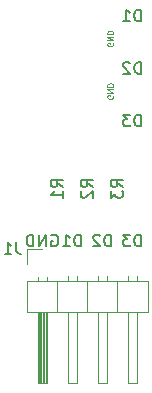
<source format=gbr>
%TF.GenerationSoftware,KiCad,Pcbnew,6.0.5-a6ca702e91~116~ubuntu20.04.1*%
%TF.CreationDate,2022-05-07T15:00:13+03:00*%
%TF.ProjectId,traffic_light_for_arduino,74726166-6669-4635-9f6c-696768745f66,rev?*%
%TF.SameCoordinates,Original*%
%TF.FileFunction,Legend,Bot*%
%TF.FilePolarity,Positive*%
%FSLAX46Y46*%
G04 Gerber Fmt 4.6, Leading zero omitted, Abs format (unit mm)*
G04 Created by KiCad (PCBNEW 6.0.5-a6ca702e91~116~ubuntu20.04.1) date 2022-05-07 15:00:13*
%MOMM*%
%LPD*%
G01*
G04 APERTURE LIST*
%ADD10C,0.150000*%
%ADD11C,0.125000*%
%ADD12C,0.120000*%
G04 APERTURE END LIST*
D10*
X150598095Y-106497380D02*
X150598095Y-105497380D01*
X150360000Y-105497380D01*
X150217142Y-105545000D01*
X150121904Y-105640238D01*
X150074285Y-105735476D01*
X150026666Y-105925952D01*
X150026666Y-106068809D01*
X150074285Y-106259285D01*
X150121904Y-106354523D01*
X150217142Y-106449761D01*
X150360000Y-106497380D01*
X150598095Y-106497380D01*
X149645714Y-105592619D02*
X149598095Y-105545000D01*
X149502857Y-105497380D01*
X149264761Y-105497380D01*
X149169523Y-105545000D01*
X149121904Y-105592619D01*
X149074285Y-105687857D01*
X149074285Y-105783095D01*
X149121904Y-105925952D01*
X149693333Y-106497380D01*
X149074285Y-106497380D01*
X145541904Y-105545000D02*
X145637142Y-105497380D01*
X145780000Y-105497380D01*
X145922857Y-105545000D01*
X146018095Y-105640238D01*
X146065714Y-105735476D01*
X146113333Y-105925952D01*
X146113333Y-106068809D01*
X146065714Y-106259285D01*
X146018095Y-106354523D01*
X145922857Y-106449761D01*
X145780000Y-106497380D01*
X145684761Y-106497380D01*
X145541904Y-106449761D01*
X145494285Y-106402142D01*
X145494285Y-106068809D01*
X145684761Y-106068809D01*
X145065714Y-106497380D02*
X145065714Y-105497380D01*
X144494285Y-106497380D01*
X144494285Y-105497380D01*
X144018095Y-106497380D02*
X144018095Y-105497380D01*
X143780000Y-105497380D01*
X143637142Y-105545000D01*
X143541904Y-105640238D01*
X143494285Y-105735476D01*
X143446666Y-105925952D01*
X143446666Y-106068809D01*
X143494285Y-106259285D01*
X143541904Y-106354523D01*
X143637142Y-106449761D01*
X143780000Y-106497380D01*
X144018095Y-106497380D01*
D11*
X150745000Y-93725952D02*
X150768809Y-93773571D01*
X150768809Y-93845000D01*
X150745000Y-93916428D01*
X150697380Y-93964047D01*
X150649761Y-93987857D01*
X150554523Y-94011666D01*
X150483095Y-94011666D01*
X150387857Y-93987857D01*
X150340238Y-93964047D01*
X150292619Y-93916428D01*
X150268809Y-93845000D01*
X150268809Y-93797380D01*
X150292619Y-93725952D01*
X150316428Y-93702142D01*
X150483095Y-93702142D01*
X150483095Y-93797380D01*
X150268809Y-93487857D02*
X150768809Y-93487857D01*
X150268809Y-93202142D01*
X150768809Y-93202142D01*
X150268809Y-92964047D02*
X150768809Y-92964047D01*
X150768809Y-92845000D01*
X150745000Y-92773571D01*
X150697380Y-92725952D01*
X150649761Y-92702142D01*
X150554523Y-92678333D01*
X150483095Y-92678333D01*
X150387857Y-92702142D01*
X150340238Y-92725952D01*
X150292619Y-92773571D01*
X150268809Y-92845000D01*
X150268809Y-92964047D01*
X150745000Y-89280952D02*
X150768809Y-89328571D01*
X150768809Y-89400000D01*
X150745000Y-89471428D01*
X150697380Y-89519047D01*
X150649761Y-89542857D01*
X150554523Y-89566666D01*
X150483095Y-89566666D01*
X150387857Y-89542857D01*
X150340238Y-89519047D01*
X150292619Y-89471428D01*
X150268809Y-89400000D01*
X150268809Y-89352380D01*
X150292619Y-89280952D01*
X150316428Y-89257142D01*
X150483095Y-89257142D01*
X150483095Y-89352380D01*
X150268809Y-89042857D02*
X150768809Y-89042857D01*
X150268809Y-88757142D01*
X150768809Y-88757142D01*
X150268809Y-88519047D02*
X150768809Y-88519047D01*
X150768809Y-88400000D01*
X150745000Y-88328571D01*
X150697380Y-88280952D01*
X150649761Y-88257142D01*
X150554523Y-88233333D01*
X150483095Y-88233333D01*
X150387857Y-88257142D01*
X150340238Y-88280952D01*
X150292619Y-88328571D01*
X150268809Y-88400000D01*
X150268809Y-88519047D01*
D10*
X153138095Y-106497380D02*
X153138095Y-105497380D01*
X152900000Y-105497380D01*
X152757142Y-105545000D01*
X152661904Y-105640238D01*
X152614285Y-105735476D01*
X152566666Y-105925952D01*
X152566666Y-106068809D01*
X152614285Y-106259285D01*
X152661904Y-106354523D01*
X152757142Y-106449761D01*
X152900000Y-106497380D01*
X153138095Y-106497380D01*
X152233333Y-105497380D02*
X151614285Y-105497380D01*
X151947619Y-105878333D01*
X151804761Y-105878333D01*
X151709523Y-105925952D01*
X151661904Y-105973571D01*
X151614285Y-106068809D01*
X151614285Y-106306904D01*
X151661904Y-106402142D01*
X151709523Y-106449761D01*
X151804761Y-106497380D01*
X152090476Y-106497380D01*
X152185714Y-106449761D01*
X152233333Y-106402142D01*
X148058095Y-106497380D02*
X148058095Y-105497380D01*
X147820000Y-105497380D01*
X147677142Y-105545000D01*
X147581904Y-105640238D01*
X147534285Y-105735476D01*
X147486666Y-105925952D01*
X147486666Y-106068809D01*
X147534285Y-106259285D01*
X147581904Y-106354523D01*
X147677142Y-106449761D01*
X147820000Y-106497380D01*
X148058095Y-106497380D01*
X146534285Y-106497380D02*
X147105714Y-106497380D01*
X146820000Y-106497380D02*
X146820000Y-105497380D01*
X146915238Y-105640238D01*
X147010476Y-105735476D01*
X147105714Y-105783095D01*
%TO.C,R3*%
X151582380Y-101433333D02*
X151106190Y-101100000D01*
X151582380Y-100861904D02*
X150582380Y-100861904D01*
X150582380Y-101242857D01*
X150630000Y-101338095D01*
X150677619Y-101385714D01*
X150772857Y-101433333D01*
X150915714Y-101433333D01*
X151010952Y-101385714D01*
X151058571Y-101338095D01*
X151106190Y-101242857D01*
X151106190Y-100861904D01*
X150582380Y-101766666D02*
X150582380Y-102385714D01*
X150963333Y-102052380D01*
X150963333Y-102195238D01*
X151010952Y-102290476D01*
X151058571Y-102338095D01*
X151153809Y-102385714D01*
X151391904Y-102385714D01*
X151487142Y-102338095D01*
X151534761Y-102290476D01*
X151582380Y-102195238D01*
X151582380Y-101909523D01*
X151534761Y-101814285D01*
X151487142Y-101766666D01*
%TO.C,D3*%
X153138095Y-96337380D02*
X153138095Y-95337380D01*
X152900000Y-95337380D01*
X152757142Y-95385000D01*
X152661904Y-95480238D01*
X152614285Y-95575476D01*
X152566666Y-95765952D01*
X152566666Y-95908809D01*
X152614285Y-96099285D01*
X152661904Y-96194523D01*
X152757142Y-96289761D01*
X152900000Y-96337380D01*
X153138095Y-96337380D01*
X152233333Y-95337380D02*
X151614285Y-95337380D01*
X151947619Y-95718333D01*
X151804761Y-95718333D01*
X151709523Y-95765952D01*
X151661904Y-95813571D01*
X151614285Y-95908809D01*
X151614285Y-96146904D01*
X151661904Y-96242142D01*
X151709523Y-96289761D01*
X151804761Y-96337380D01*
X152090476Y-96337380D01*
X152185714Y-96289761D01*
X152233333Y-96242142D01*
%TO.C,D2*%
X153138095Y-91892380D02*
X153138095Y-90892380D01*
X152900000Y-90892380D01*
X152757142Y-90940000D01*
X152661904Y-91035238D01*
X152614285Y-91130476D01*
X152566666Y-91320952D01*
X152566666Y-91463809D01*
X152614285Y-91654285D01*
X152661904Y-91749523D01*
X152757142Y-91844761D01*
X152900000Y-91892380D01*
X153138095Y-91892380D01*
X152185714Y-90987619D02*
X152138095Y-90940000D01*
X152042857Y-90892380D01*
X151804761Y-90892380D01*
X151709523Y-90940000D01*
X151661904Y-90987619D01*
X151614285Y-91082857D01*
X151614285Y-91178095D01*
X151661904Y-91320952D01*
X152233333Y-91892380D01*
X151614285Y-91892380D01*
%TO.C,R2*%
X149042380Y-101433333D02*
X148566190Y-101100000D01*
X149042380Y-100861904D02*
X148042380Y-100861904D01*
X148042380Y-101242857D01*
X148090000Y-101338095D01*
X148137619Y-101385714D01*
X148232857Y-101433333D01*
X148375714Y-101433333D01*
X148470952Y-101385714D01*
X148518571Y-101338095D01*
X148566190Y-101242857D01*
X148566190Y-100861904D01*
X148137619Y-101814285D02*
X148090000Y-101861904D01*
X148042380Y-101957142D01*
X148042380Y-102195238D01*
X148090000Y-102290476D01*
X148137619Y-102338095D01*
X148232857Y-102385714D01*
X148328095Y-102385714D01*
X148470952Y-102338095D01*
X149042380Y-101766666D01*
X149042380Y-102385714D01*
%TO.C,R1*%
X146502380Y-101433333D02*
X146026190Y-101100000D01*
X146502380Y-100861904D02*
X145502380Y-100861904D01*
X145502380Y-101242857D01*
X145550000Y-101338095D01*
X145597619Y-101385714D01*
X145692857Y-101433333D01*
X145835714Y-101433333D01*
X145930952Y-101385714D01*
X145978571Y-101338095D01*
X146026190Y-101242857D01*
X146026190Y-100861904D01*
X146502380Y-102385714D02*
X146502380Y-101814285D01*
X146502380Y-102100000D02*
X145502380Y-102100000D01*
X145645238Y-102004761D01*
X145740476Y-101909523D01*
X145788095Y-101814285D01*
%TO.C,D1*%
X153138095Y-87447380D02*
X153138095Y-86447380D01*
X152900000Y-86447380D01*
X152757142Y-86495000D01*
X152661904Y-86590238D01*
X152614285Y-86685476D01*
X152566666Y-86875952D01*
X152566666Y-87018809D01*
X152614285Y-87209285D01*
X152661904Y-87304523D01*
X152757142Y-87399761D01*
X152900000Y-87447380D01*
X153138095Y-87447380D01*
X151614285Y-87447380D02*
X152185714Y-87447380D01*
X151900000Y-87447380D02*
X151900000Y-86447380D01*
X151995238Y-86590238D01*
X152090476Y-86685476D01*
X152185714Y-86733095D01*
%TO.C,J1*%
X142573333Y-106132380D02*
X142573333Y-106846666D01*
X142620952Y-106989523D01*
X142716190Y-107084761D01*
X142859047Y-107132380D01*
X142954285Y-107132380D01*
X141573333Y-107132380D02*
X142144761Y-107132380D01*
X141859047Y-107132380D02*
X141859047Y-106132380D01*
X141954285Y-106275238D01*
X142049523Y-106370476D01*
X142144761Y-106418095D01*
D12*
X149480000Y-108992929D02*
X149480000Y-109390000D01*
X146940000Y-108992929D02*
X146940000Y-109390000D01*
X144460000Y-112050000D02*
X144460000Y-118050000D01*
X144820000Y-112050000D02*
X144820000Y-118050000D01*
X144700000Y-112050000D02*
X144700000Y-118050000D01*
X145060000Y-112050000D02*
X145060000Y-118050000D01*
X150240000Y-118050000D02*
X150240000Y-112050000D01*
X152020000Y-112050000D02*
X152020000Y-118050000D01*
X149480000Y-112050000D02*
X149480000Y-118050000D01*
X143450000Y-112050000D02*
X143450000Y-109390000D01*
X148590000Y-109390000D02*
X148590000Y-112050000D01*
X145160000Y-118050000D02*
X145160000Y-112050000D01*
X144400000Y-109060000D02*
X144400000Y-109390000D01*
X143450000Y-109390000D02*
X153730000Y-109390000D01*
X145160000Y-109060000D02*
X145160000Y-109390000D01*
X146940000Y-118050000D02*
X147700000Y-118050000D01*
X144940000Y-112050000D02*
X144940000Y-118050000D01*
X144780000Y-106680000D02*
X143510000Y-106680000D01*
X153730000Y-112050000D02*
X143450000Y-112050000D01*
X146940000Y-112050000D02*
X146940000Y-118050000D01*
X147700000Y-108992929D02*
X147700000Y-109390000D01*
X151130000Y-109390000D02*
X151130000Y-112050000D01*
X152020000Y-108992929D02*
X152020000Y-109390000D01*
X146050000Y-109390000D02*
X146050000Y-112050000D01*
X143510000Y-106680000D02*
X143510000Y-107950000D01*
X144580000Y-112050000D02*
X144580000Y-118050000D01*
X144400000Y-118050000D02*
X145160000Y-118050000D01*
X150240000Y-108992929D02*
X150240000Y-109390000D01*
X152780000Y-108992929D02*
X152780000Y-109390000D01*
X152020000Y-118050000D02*
X152780000Y-118050000D01*
X147700000Y-118050000D02*
X147700000Y-112050000D01*
X144400000Y-112050000D02*
X144400000Y-118050000D01*
X149480000Y-118050000D02*
X150240000Y-118050000D01*
X152780000Y-118050000D02*
X152780000Y-112050000D01*
X153730000Y-109390000D02*
X153730000Y-112050000D01*
%TD*%
M02*

</source>
